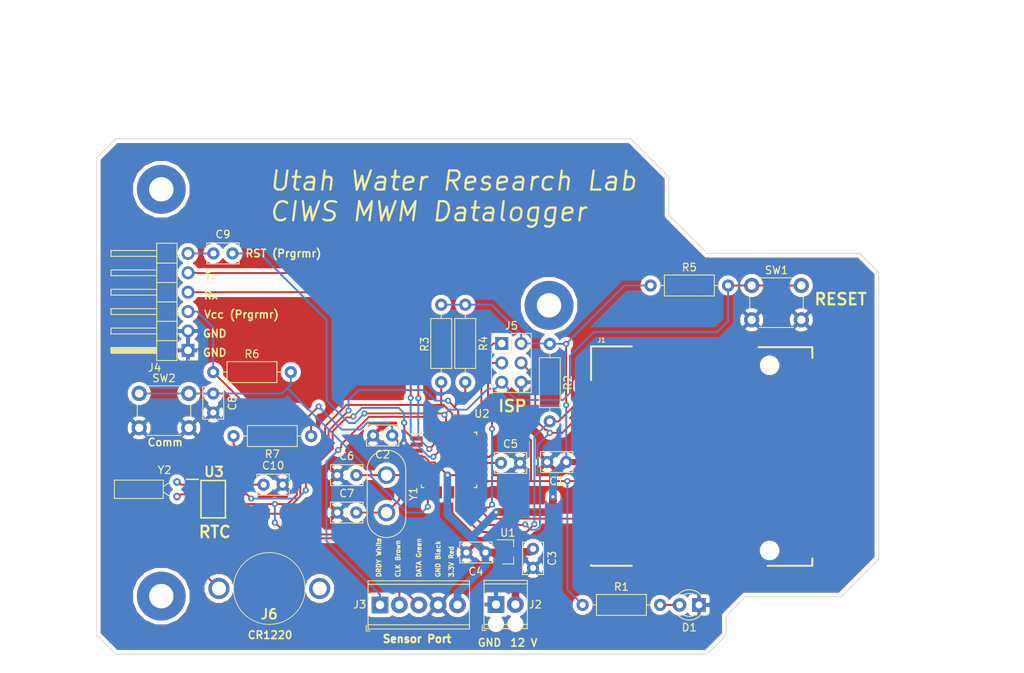
<source format=kicad_pcb>
(kicad_pcb (version 20171130) (host pcbnew "(5.0.2)-1")
  (layers (0 F.Cu signal) (31 B.Cu signal) (34 B.Paste user) (35 F.Paste user) (36 B.SilkS user) (37 F.SilkS user) (38 B.Mask user) (39 F.Mask user) (44 Edge.Cuts user))
  (net 0 "")
  (net 1 GND)
  (net 2 +3V3)
  (net 3 "Net-(C3-Pad1)")
  (net 4 "Net-(C5-Pad1)")
  (net 5 "Net-(C6-Pad2)")
  (net 6 "Net-(C7-Pad2)")
  (net 7 "Net-(C8-Pad1)")
  (net 8 "Net-(C9-Pad1)")
  (net 9 "Net-(C9-Pad2)")
  (net 10 "Net-(C10-Pad1)")
  (net 11 "Net-(D1-Pad2)")
  (net 12 "Net-(IC1-Pad1)")
  (net 13 "Net-(IC1-Pad2)")
  (net 14 "Net-(IC1-Pad3)")
  (net 15 "Net-(IC1-Pad5)")
  (net 16 "Net-(IC1-Pad6)")
  (net 17 "Net-(IC1-Pad7)")
  (net 18 "Net-(J1-Pad1)")
  (net 19 "Net-(J1-Pad2)")
  (net 20 "Net-(J1-Pad5)")
  (net 21 "Net-(J1-Pad7)")
  (net 22 "Net-(J1-Pad8)")
  (net 23 "Net-(J1-Pad9)")
  (net 24 "Net-(J1-PadCD)")
  (net 25 "Net-(J1-PadWP)")
  (net 26 "Net-(J3-Pad1)")
  (net 27 "Net-(J4-Pad4)")
  (net 28 "Net-(J4-Pad5)")
  (net 29 "Net-(J6-Pad2)")
  (net 30 "Net-(U2-Pad2)")
  (net 31 "Net-(U2-Pad10)")
  (net 32 "Net-(U2-Pad11)")
  (net 33 "Net-(U2-Pad12)")
  (net 34 "Net-(U2-Pad13)")
  (net 35 "Net-(U2-Pad19)")
  (net 36 "Net-(U2-Pad22)")
  (net 37 "Net-(U2-Pad23)")
  (net 38 "Net-(U2-Pad24)")
  (net 39 "Net-(U2-Pad25)")
  (net 40 "Net-(U2-Pad26)")
  (module Capacitor_THT:C_Rect_L4.0mm_W2.5mm_P2.50mm (layer F.Cu) (at 119.05 152.33 180)
    (fp_text reference C1 (at 1.25 -2.5 180) (layer F.SilkS))
    (fp_text value 1uF)
    (pad 2 thru_hole circle (at 2.5 0 180) (size 1.6 1.6) (drill 0.8) (layers *.Cu *.Mask) (net 1 GND))
    (pad 1 thru_hole circle (at 0 0 180) (size 1.6 1.6) (drill 0.8) (layers *.Cu *.Mask) (net 2 +3V3))
  )
  (module Capacitor_THT:C_Rect_L4.0mm_W2.5mm_P2.50mm (layer F.Cu) (at 96.25 148.85 180)
    (fp_text reference C2 (at 1.25 -2.5 180) (layer F.SilkS))
    (fp_text value 0.1uF)
    (pad 2 thru_hole circle (at 2.5 0 180) (size 1.6 1.6) (drill 0.8) (layers *.Cu *.Mask) (net 1 GND))
    (pad 1 thru_hole circle (at 0 0 180) (size 1.6 1.6) (drill 0.8) (layers *.Cu *.Mask) (net 2 +3V3))
  )
  (module Capacitor_THT:C_Rect_L4.0mm_W2.5mm_P2.50mm (layer F.Cu) (at 114.7 163.7 270)
    (fp_text reference C3 (at 1.25 -2.5 270) (layer F.SilkS))
    (fp_text value 1uF)
    (pad 2 thru_hole circle (at 2.5 0 270) (size 1.6 1.6) (drill 0.8) (layers *.Cu *.Mask) (net 1 GND))
    (pad 1 thru_hole circle (at 0 0 270) (size 1.6 1.6) (drill 0.8) (layers *.Cu *.Mask) (net 3 "Net-(C3-Pad1)"))
  )
  (module Capacitor_THT:C_Rect_L4.0mm_W2.5mm_P2.50mm (layer F.Cu) (at 108.475 164.175 180)
    (fp_text reference C4 (at 1.25 -2.5 180) (layer F.SilkS))
    (fp_text value 1uF)
    (pad 1 thru_hole circle (at 0 0 180) (size 1.6 1.6) (drill 0.8) (layers *.Cu *.Mask) (net 2 +3V3))
    (pad 2 thru_hole circle (at 2.5 0 180) (size 1.6 1.6) (drill 0.8) (layers *.Cu *.Mask) (net 1 GND))
  )
  (module Capacitor_THT:C_Rect_L4.0mm_W2.5mm_P2.50mm (layer F.Cu) (at 110.5 152.45)
    (fp_text reference C5 (at 1.25 -2.5) (layer F.SilkS))
    (fp_text value 0.1uF)
    (pad 2 thru_hole circle (at 2.5 0) (size 1.6 1.6) (drill 0.8) (layers *.Cu *.Mask) (net 1 GND))
    (pad 1 thru_hole circle (at 0 0) (size 1.6 1.6) (drill 0.8) (layers *.Cu *.Mask) (net 4 "Net-(C5-Pad1)"))
  )
  (module Capacitor_THT:C_Rect_L4.0mm_W2.5mm_P2.50mm (layer F.Cu) (at 89.05 154.05)
    (fp_text reference C6 (at 1.25 -2.5) (layer F.SilkS))
    (fp_text value 20pF)
    (pad 1 thru_hole circle (at 0 0) (size 1.6 1.6) (drill 0.8) (layers *.Cu *.Mask) (net 1 GND))
    (pad 2 thru_hole circle (at 2.5 0) (size 1.6 1.6) (drill 0.8) (layers *.Cu *.Mask) (net 5 "Net-(C6-Pad2)"))
  )
  (module Capacitor_THT:C_Rect_L4.0mm_W2.5mm_P2.50mm (layer F.Cu) (at 89.05 158.95)
    (fp_text reference C7 (at 1.25 -2.5) (layer F.SilkS))
    (fp_text value 20pF)
    (pad 1 thru_hole circle (at 0 0) (size 1.6 1.6) (drill 0.8) (layers *.Cu *.Mask) (net 1 GND))
    (pad 2 thru_hole circle (at 2.5 0) (size 1.6 1.6) (drill 0.8) (layers *.Cu *.Mask) (net 6 "Net-(C7-Pad2)"))
  )
  (module Capacitor_THT:C_Rect_L4.0mm_W2.5mm_P2.50mm (layer F.Cu) (at 72.8 143.35 270)
    (fp_text reference C8 (at 1.25 -2.5 270) (layer F.SilkS))
    (fp_text value 0.1uF)
    (pad 2 thru_hole circle (at 2.5 0 270) (size 1.6 1.6) (drill 0.8) (layers *.Cu *.Mask) (net 1 GND))
    (pad 1 thru_hole circle (at 0 0 270) (size 1.6 1.6) (drill 0.8) (layers *.Cu *.Mask) (net 7 "Net-(C8-Pad1)"))
  )
  (module Capacitor_THT:C_Rect_L4.0mm_W2.5mm_P2.50mm (layer F.Cu) (at 72.825 125)
    (fp_text reference C9 (at 1.25 -2.5) (layer F.SilkS))
    (fp_text value 0.1uF)
    (pad 1 thru_hole circle (at 0 0) (size 1.6 1.6) (drill 0.8) (layers *.Cu *.Mask) (net 8 "Net-(C9-Pad1)"))
    (pad 2 thru_hole circle (at 2.5 0) (size 1.6 1.6) (drill 0.8) (layers *.Cu *.Mask) (net 9 "Net-(C9-Pad2)"))
  )
  (module Capacitor_THT:C_Rect_L4.0mm_W2.5mm_P2.50mm (layer F.Cu) (at 79.4 155.3)
    (fp_text reference C10 (at 1.25 -2.5) (layer F.SilkS))
    (fp_text value 10uF)
    (pad 1 thru_hole circle (at 0 0) (size 1.6 1.6) (drill 0.8) (layers *.Cu *.Mask) (net 10 "Net-(C10-Pad1)"))
    (pad 2 thru_hole circle (at 2.5 0) (size 1.6 1.6) (drill 0.8) (layers *.Cu *.Mask) (net 1 GND))
  )
  (module LED_THT:LED_D3.0mm (layer F.Cu) (at 136.44 171.05 180)
    (fp_text reference D1 (at 1.27 -2.96 180) (layer F.SilkS))
    (fp_text value LED_ALT)
    (pad 1 thru_hole rect (at 0 0 180) (size 1.8 1.8) (drill 0.9) (layers *.Cu *.Mask) (net 1 GND))
    (pad 2 thru_hole circle (at 2.54 0 180) (size 1.8 1.8) (drill 0.9) (layers *.Cu *.Mask) (net 11 "Net-(D1-Pad2)"))
  )
  (module SamacSys_Parts:SOIC127P600X175-8N (layer F.Cu) (at 72.8 157.2)
    (fp_text reference U3 (at 0.1 -3.59) (layer F.SilkS) (effects (font (size 1.27 1.27) (thickness 0.254))))
    (fp_text value PCF8523T_1,118 hide)
    (pad 1 smd rect (at -2.725 -1.905 90) (size 0.7 1.55) (layers F.Cu F.Paste F.Mask) (net 12 "Net-(IC1-Pad1)"))
    (pad 2 smd rect (at -2.725 -0.635 90) (size 0.7 1.55) (layers F.Cu F.Paste F.Mask) (net 13 "Net-(IC1-Pad2)"))
    (pad 3 smd rect (at -2.725 0.635 90) (size 0.7 1.55) (layers F.Cu F.Paste F.Mask) (net 14 "Net-(IC1-Pad3)"))
    (pad 4 smd rect (at -2.725 1.905 90) (size 0.7 1.55) (layers F.Cu F.Paste F.Mask) (net 1 GND))
    (pad 5 smd rect (at 2.725 1.905 90) (size 0.7 1.55) (layers F.Cu F.Paste F.Mask) (net 15 "Net-(IC1-Pad5)"))
    (pad 6 smd rect (at 2.725 0.635 90) (size 0.7 1.55) (layers F.Cu F.Paste F.Mask) (net 16 "Net-(IC1-Pad6)"))
    (pad 7 smd rect (at 2.725 -0.635 90) (size 0.7 1.55) (layers F.Cu F.Paste F.Mask) (net 17 "Net-(IC1-Pad7)"))
    (pad 8 smd rect (at 2.725 -1.905 90) (size 0.7 1.55) (layers F.Cu F.Paste F.Mask) (net 10 "Net-(C10-Pad1)"))
  )
  (module Connectors:SD (layer F.Cu) (at 122.4 151.6)
    (fp_text reference J1 (at 1.27 -15.24) (layer F.SilkS) (effects (font (size 0.6096 0.6096) (thickness 0.127))))
    (fp_text value SD_CARD_SOCKET)
    (pad 1 smd rect (at -0.99822 -6.7691) (size 1.79832 0.89916) (layers F.Cu F.Paste F.Mask) (net 18 "Net-(J1-Pad1)"))
    (pad 2 smd rect (at -0.99822 -4.26974) (size 1.79832 0.89916) (layers F.Cu F.Paste F.Mask) (net 19 "Net-(J1-Pad2)"))
    (pad 3 smd rect (at -0.99822 -2.51968) (size 1.79832 0.89916) (layers F.Cu F.Paste F.Mask) (net 1 GND))
    (pad 4 smd rect (at -0.99822 0.72898) (size 1.79832 0.89916) (layers F.Cu F.Paste F.Mask) (net 2 +3V3))
    (pad 5 smd rect (at -0.99822 3.22834) (size 1.79832 0.89916) (layers F.Cu F.Paste F.Mask) (net 20 "Net-(J1-Pad5)"))
    (pad 6 smd rect (at -0.99822 5.7277) (size 1.79832 0.89916) (layers F.Cu F.Paste F.Mask) (net 1 GND))
    (pad 7 smd rect (at -0.99822 8.14832) (size 1.79832 0.89916) (layers F.Cu F.Paste F.Mask) (net 21 "Net-(J1-Pad7)"))
    (pad 8 smd rect (at -0.99822 9.84758) (size 1.79832 0.89916) (layers F.Cu F.Paste F.Mask) (net 22 "Net-(J1-Pad8)"))
    (pad 9 smd rect (at -0.99822 -9.26846) (size 1.79832 0.89916) (layers F.Cu F.Paste F.Mask) (net 23 "Net-(J1-Pad9)"))
    (pad CD smd rect (at -0.99822 -1.01854) (size 1.79832 0.89916) (layers F.Cu F.Paste F.Mask) (net 24 "Net-(J1-PadCD)"))
    (pad SH@1 smd rect (at 19.99996 -14.49578) (size 1.99898 1.39954) (layers F.Cu F.Paste F.Mask) (net 1 GND))
    (pad SH@2 smd rect (at 21.14804 13.589) (size 1.99898 1.52654) (layers F.Cu F.Paste F.Mask) (net 1 GND))
    (pad WP smd rect (at -0.99822 12.99972) (size 1.79832 1.09982) (layers F.Cu F.Paste F.Mask) (net 25 "Net-(J1-PadWP)"))
    (pad "" np_thru_hole circle (at 23.29942 -11.938) (size 1.5494 1.5494) (drill 1.5494) (layers *.Cu *.Mask))
    (pad "" np_thru_hole circle (at 23.29942 12.319) (size 1.5494 1.5494) (drill 1.5494) (layers *.Cu *.Mask))
  )
  (module TerminalBlock_Phoenix:TerminalBlock_Phoenix_MPT-0,5-2-2.54_1x02_P2.54mm_Horizontal (layer F.Cu) (at 109.85 171)
    (fp_text reference J2 (at 5.15 0) (layer F.SilkS))
    (fp_text value Screw_Terminal_01x02)
    (pad 1 thru_hole rect (at 0 0) (size 2.2 2.2) (drill 1.1) (layers *.Cu *.Mask) (net 1 GND))
    (pad "" np_thru_hole circle (at 0 2.54) (size 1.1 1.1) (drill 1.1) (layers *.Cu *.Mask))
    (pad 2 thru_hole circle (at 2.54 0) (size 2.2 2.2) (drill 1.1) (layers *.Cu *.Mask) (net 3 "Net-(C3-Pad1)"))
    (pad "" np_thru_hole circle (at 2.54 2.54) (size 1.1 1.1) (drill 1.1) (layers *.Cu *.Mask))
  )
  (module TerminalBlock_Phoenix:TerminalBlock_Phoenix_MPT-0,5-5-2.54_1x05_P2.54mm_Horizontal (layer F.Cu) (at 94.65 171.05)
    (fp_text reference J3 (at -2.65 -0.05) (layer F.SilkS))
    (fp_text value Screw_Terminal_01x05)
    (pad 1 thru_hole rect (at 0 0) (size 2.2 2.2) (drill 1.1) (layers *.Cu *.Mask) (net 26 "Net-(J3-Pad1)"))
    (pad 2 thru_hole circle (at 2.54 0) (size 2.2 2.2) (drill 1.1) (layers *.Cu *.Mask) (net 16 "Net-(IC1-Pad6)"))
    (pad 3 thru_hole circle (at 5.08 0) (size 2.2 2.2) (drill 1.1) (layers *.Cu *.Mask) (net 15 "Net-(IC1-Pad5)"))
    (pad 4 thru_hole circle (at 7.62 0) (size 2.2 2.2) (drill 1.1) (layers *.Cu *.Mask) (net 1 GND))
    (pad 5 thru_hole circle (at 10.16 0) (size 2.2 2.2) (drill 1.1) (layers *.Cu *.Mask) (net 2 +3V3))
  )
  (module Connector_PinHeader_2.54mm:PinHeader_1x06_P2.54mm_Horizontal (layer F.Cu) (at 69.5 137.7 180)
    (fp_text reference J4 (at 4.385 -2.27 180) (layer F.SilkS))
    (fp_text value Conn_01x06)
    (pad 1 thru_hole rect (at 0 0 180) (size 1.7 1.7) (drill 1) (layers *.Cu *.Mask) (net 1 GND))
    (pad 2 thru_hole oval (at 0 2.54 180) (size 1.7 1.7) (drill 1) (layers *.Cu *.Mask) (net 1 GND))
    (pad 3 thru_hole oval (at 0 5.08 180) (size 1.7 1.7) (drill 1) (layers *.Cu *.Mask) (net 2 +3V3))
    (pad 4 thru_hole oval (at 0 7.62 180) (size 1.7 1.7) (drill 1) (layers *.Cu *.Mask) (net 27 "Net-(J4-Pad4)"))
    (pad 5 thru_hole oval (at 0 10.16 180) (size 1.7 1.7) (drill 1) (layers *.Cu *.Mask) (net 28 "Net-(J4-Pad5)"))
    (pad 6 thru_hole oval (at 0 12.7 180) (size 1.7 1.7) (drill 1) (layers *.Cu *.Mask) (net 8 "Net-(C9-Pad1)"))
  )
  (module Connector_PinHeader_2.54mm:PinHeader_2x03_P2.54mm_Vertical (layer F.Cu) (at 110.6 136.8)
    (fp_text reference J5 (at 1.27 -2.33) (layer F.SilkS))
    (fp_text value "ISP Header")
    (pad 1 thru_hole rect (at 0 0) (size 1.7 1.7) (drill 1) (layers *.Cu *.Mask) (net 21 "Net-(J1-Pad7)"))
    (pad 2 thru_hole oval (at 2.54 0) (size 1.7 1.7) (drill 1) (layers *.Cu *.Mask) (net 2 +3V3))
    (pad 3 thru_hole oval (at 0 2.54) (size 1.7 1.7) (drill 1) (layers *.Cu *.Mask) (net 20 "Net-(J1-Pad5)"))
    (pad 4 thru_hole oval (at 2.54 2.54) (size 1.7 1.7) (drill 1) (layers *.Cu *.Mask) (net 19 "Net-(J1-Pad2)"))
    (pad 5 thru_hole oval (at 0 5.08) (size 1.7 1.7) (drill 1) (layers *.Cu *.Mask) (net 9 "Net-(C9-Pad2)"))
    (pad 6 thru_hole oval (at 2.54 5.08) (size 1.7 1.7) (drill 1) (layers *.Cu *.Mask) (net 1 GND))
  )
  (module SamacSys_Parts:2895 (layer F.Cu) (at 73.55 168.9)
    (fp_text reference J6 (at 6.58 3.38) (layer F.SilkS) (effects (font (size 1.27 1.27) (thickness 0.254))))
    (fp_text value 2895 hide)
    (pad 1 thru_hole circle (at 0 0) (size 2.775 2.775) (drill 1.85) (layers *.Cu *.Mask) (net 14 "Net-(IC1-Pad3)"))
    (pad 2 thru_hole circle (at 13.2 0) (size 2.775 2.775) (drill 1.85) (layers *.Cu *.Mask) (net 29 "Net-(J6-Pad2)"))
    (pad MP1 smd rect (at 6.6 0 90) (size 3.96 3.96) (layers F.Cu F.Paste F.Mask) (net 1 GND))
  )
  (module Resistor_THT:R_Axial_DIN0207_L6.3mm_D2.5mm_P10.16mm_Horizontal (layer F.Cu) (at 121.2 171.05)
    (fp_text reference R1 (at 5.08 -2.37) (layer F.SilkS))
    (fp_text value 1k)
    (pad 2 thru_hole oval (at 10.16 0) (size 1.6 1.6) (drill 0.8) (layers *.Cu *.Mask) (net 11 "Net-(D1-Pad2)"))
    (pad 1 thru_hole circle (at 0 0) (size 1.6 1.6) (drill 0.8) (layers *.Cu *.Mask) (net 20 "Net-(J1-Pad5)"))
  )
  (module Resistor_THT:R_Axial_DIN0207_L6.3mm_D2.5mm_P10.16mm_Horizontal (layer F.Cu) (at 116.9 136.85 270)
    (fp_text reference R2 (at 5.08 -2.37 270) (layer F.SilkS))
    (fp_text value 10k)
    (pad 1 thru_hole circle (at 0 0 270) (size 1.6 1.6) (drill 0.8) (layers *.Cu *.Mask) (net 2 +3V3))
    (pad 2 thru_hole oval (at 10.16 0 270) (size 1.6 1.6) (drill 0.8) (layers *.Cu *.Mask) (net 18 "Net-(J1-Pad1)"))
  )
  (module Resistor_THT:R_Axial_DIN0207_L6.3mm_D2.5mm_P10.16mm_Horizontal (layer F.Cu) (at 102.672025 131.717738 270)
    (fp_text reference R3 (at 5.182262 2.172025 270) (layer F.SilkS))
    (fp_text value 10k)
    (pad 1 thru_hole circle (at 0 0 270) (size 1.6 1.6) (drill 0.8) (layers *.Cu *.Mask) (net 2 +3V3))
    (pad 2 thru_hole oval (at 10.16 0 270) (size 1.6 1.6) (drill 0.8) (layers *.Cu *.Mask) (net 16 "Net-(IC1-Pad6)"))
  )
  (module Resistor_THT:R_Axial_DIN0207_L6.3mm_D2.5mm_P10.16mm_Horizontal (layer F.Cu) (at 105.822025 131.717738 270)
    (fp_text reference R4 (at 5.08 -2.37 270) (layer F.SilkS))
    (fp_text value 10k)
    (pad 1 thru_hole circle (at 0 0 270) (size 1.6 1.6) (drill 0.8) (layers *.Cu *.Mask) (net 2 +3V3))
    (pad 2 thru_hole oval (at 10.16 0 270) (size 1.6 1.6) (drill 0.8) (layers *.Cu *.Mask) (net 15 "Net-(IC1-Pad5)"))
  )
  (module Resistor_THT:R_Axial_DIN0207_L6.3mm_D2.5mm_P10.16mm_Horizontal (layer F.Cu) (at 130.1 129.2)
    (fp_text reference R5 (at 5.08 -2.37) (layer F.SilkS))
    (fp_text value 10k)
    (pad 2 thru_hole oval (at 10.16 0) (size 1.6 1.6) (drill 0.8) (layers *.Cu *.Mask) (net 9 "Net-(C9-Pad2)"))
    (pad 1 thru_hole circle (at 0 0) (size 1.6 1.6) (drill 0.8) (layers *.Cu *.Mask) (net 2 +3V3))
  )
  (module Resistor_THT:R_Axial_DIN0207_L6.3mm_D2.5mm_P10.16mm_Horizontal (layer F.Cu) (at 72.8 140.55)
    (fp_text reference R6 (at 5.08 -2.37) (layer F.SilkS))
    (fp_text value 10k)
    (pad 2 thru_hole oval (at 10.16 0) (size 1.6 1.6) (drill 0.8) (layers *.Cu *.Mask) (net 7 "Net-(C8-Pad1)"))
    (pad 1 thru_hole circle (at 0 0) (size 1.6 1.6) (drill 0.8) (layers *.Cu *.Mask) (net 2 +3V3))
  )
  (module Resistor_THT:R_Axial_DIN0207_L6.3mm_D2.5mm_P10.16mm_Horizontal (layer F.Cu) (at 85.625 148.925 180)
    (fp_text reference R7 (at 5.08 -2.37 180) (layer F.SilkS))
    (fp_text value 10k)
    (pad 1 thru_hole circle (at 0 0 180) (size 1.6 1.6) (drill 0.8) (layers *.Cu *.Mask) (net 2 +3V3))
    (pad 2 thru_hole oval (at 10.16 0 180) (size 1.6 1.6) (drill 0.8) (layers *.Cu *.Mask) (net 10 "Net-(C10-Pad1)"))
  )
  (module Button_Switch_THT:SW_PUSH_6mm (layer F.Cu) (at 143.35 129.2)
    (fp_text reference SW1 (at 3.25 -2) (layer F.SilkS))
    (fp_text value SW_Push)
    (pad 1 thru_hole circle (at 6.5 0 90) (size 2 2) (drill 1.1) (layers *.Cu *.Mask) (net 9 "Net-(C9-Pad2)"))
    (pad 2 thru_hole circle (at 6.5 4.5 90) (size 2 2) (drill 1.1) (layers *.Cu *.Mask) (net 1 GND))
    (pad 1 thru_hole circle (at 0 0 90) (size 2 2) (drill 1.1) (layers *.Cu *.Mask) (net 9 "Net-(C9-Pad2)"))
    (pad 2 thru_hole circle (at 0 4.5 90) (size 2 2) (drill 1.1) (layers *.Cu *.Mask) (net 1 GND))
  )
  (module Button_Switch_THT:SW_PUSH_6mm (layer F.Cu) (at 63.1 143.35)
    (fp_text reference SW2 (at 3.25 -2) (layer F.SilkS))
    (fp_text value SW_Push)
    (pad 2 thru_hole circle (at 0 4.5 90) (size 2 2) (drill 1.1) (layers *.Cu *.Mask) (net 1 GND))
    (pad 1 thru_hole circle (at 0 0 90) (size 2 2) (drill 1.1) (layers *.Cu *.Mask) (net 7 "Net-(C8-Pad1)"))
    (pad 2 thru_hole circle (at 6.5 4.5 90) (size 2 2) (drill 1.1) (layers *.Cu *.Mask) (net 1 GND))
    (pad 1 thru_hole circle (at 6.5 0 90) (size 2 2) (drill 1.1) (layers *.Cu *.Mask) (net 7 "Net-(C8-Pad1)"))
  )
  (module Package_TO_SOT_SMD:SOT-23 (layer F.Cu) (at 111.4 164.1)
    (fp_text reference U1 (at 0 -2.5) (layer F.SilkS))
    (fp_text value MCP1703A-3302_SOT23)
    (pad 1 smd rect (at -1 -0.95) (size 0.9 0.8) (layers F.Cu F.Paste F.Mask) (net 1 GND))
    (pad 2 smd rect (at -1 0.95) (size 0.9 0.8) (layers F.Cu F.Paste F.Mask) (net 2 +3V3))
    (pad 3 smd rect (at 1 0) (size 0.9 0.8) (layers F.Cu F.Paste F.Mask) (net 3 "Net-(C3-Pad1)"))
  )
  (module Package_QFP:TQFP-32_7x7mm_P0.8mm (layer F.Cu) (at 103.7 152.05)
    (fp_text reference U2 (at 4.3 -6.05) (layer F.SilkS))
    (fp_text value ATmega328P-AU)
    (pad 1 smd rect (at -4.25 -2.8) (size 1.6 0.55) (layers F.Cu F.Paste F.Mask) (net 17 "Net-(IC1-Pad7)"))
    (pad 2 smd rect (at -4.25 -2) (size 1.6 0.55) (layers F.Cu F.Paste F.Mask) (net 30 "Net-(U2-Pad2)"))
    (pad 3 smd rect (at -4.25 -1.2) (size 1.6 0.55) (layers F.Cu F.Paste F.Mask) (net 1 GND))
    (pad 4 smd rect (at -4.25 -0.4) (size 1.6 0.55) (layers F.Cu F.Paste F.Mask) (net 2 +3V3))
    (pad 5 smd rect (at -4.25 0.4) (size 1.6 0.55) (layers F.Cu F.Paste F.Mask) (net 1 GND))
    (pad 6 smd rect (at -4.25 1.2) (size 1.6 0.55) (layers F.Cu F.Paste F.Mask) (net 2 +3V3))
    (pad 7 smd rect (at -4.25 2) (size 1.6 0.55) (layers F.Cu F.Paste F.Mask) (net 5 "Net-(C6-Pad2)"))
    (pad 8 smd rect (at -4.25 2.8) (size 1.6 0.55) (layers F.Cu F.Paste F.Mask) (net 6 "Net-(C7-Pad2)"))
    (pad 9 smd rect (at -2.8 4.25 90) (size 1.6 0.55) (layers F.Cu F.Paste F.Mask) (net 7 "Net-(C8-Pad1)"))
    (pad 10 smd rect (at -2 4.25 90) (size 1.6 0.55) (layers F.Cu F.Paste F.Mask) (net 31 "Net-(U2-Pad10)"))
    (pad 11 smd rect (at -1.2 4.25 90) (size 1.6 0.55) (layers F.Cu F.Paste F.Mask) (net 32 "Net-(U2-Pad11)"))
    (pad 12 smd rect (at -0.4 4.25 90) (size 1.6 0.55) (layers F.Cu F.Paste F.Mask) (net 33 "Net-(U2-Pad12)"))
    (pad 13 smd rect (at 0.4 4.25 90) (size 1.6 0.55) (layers F.Cu F.Paste F.Mask) (net 34 "Net-(U2-Pad13)"))
    (pad 14 smd rect (at 1.2 4.25 90) (size 1.6 0.55) (layers F.Cu F.Paste F.Mask) (net 18 "Net-(J1-Pad1)"))
    (pad 15 smd rect (at 2 4.25 90) (size 1.6 0.55) (layers F.Cu F.Paste F.Mask) (net 19 "Net-(J1-Pad2)"))
    (pad 16 smd rect (at 2.8 4.25 90) (size 1.6 0.55) (layers F.Cu F.Paste F.Mask) (net 21 "Net-(J1-Pad7)"))
    (pad 17 smd rect (at 4.25 2.8) (size 1.6 0.55) (layers F.Cu F.Paste F.Mask) (net 20 "Net-(J1-Pad5)"))
    (pad 18 smd rect (at 4.25 2) (size 1.6 0.55) (layers F.Cu F.Paste F.Mask) (net 2 +3V3))
    (pad 19 smd rect (at 4.25 1.2) (size 1.6 0.55) (layers F.Cu F.Paste F.Mask) (net 35 "Net-(U2-Pad19)"))
    (pad 20 smd rect (at 4.25 0.4) (size 1.6 0.55) (layers F.Cu F.Paste F.Mask) (net 4 "Net-(C5-Pad1)"))
    (pad 21 smd rect (at 4.25 -0.4) (size 1.6 0.55) (layers F.Cu F.Paste F.Mask) (net 1 GND))
    (pad 22 smd rect (at 4.25 -1.2) (size 1.6 0.55) (layers F.Cu F.Paste F.Mask) (net 36 "Net-(U2-Pad22)"))
    (pad 23 smd rect (at 4.25 -2) (size 1.6 0.55) (layers F.Cu F.Paste F.Mask) (net 37 "Net-(U2-Pad23)"))
    (pad 24 smd rect (at 4.25 -2.8) (size 1.6 0.55) (layers F.Cu F.Paste F.Mask) (net 38 "Net-(U2-Pad24)"))
    (pad 25 smd rect (at 2.8 -4.25 90) (size 1.6 0.55) (layers F.Cu F.Paste F.Mask) (net 39 "Net-(U2-Pad25)"))
    (pad 26 smd rect (at 2 -4.25 90) (size 1.6 0.55) (layers F.Cu F.Paste F.Mask) (net 40 "Net-(U2-Pad26)"))
    (pad 27 smd rect (at 1.2 -4.25 90) (size 1.6 0.55) (layers F.Cu F.Paste F.Mask) (net 15 "Net-(IC1-Pad5)"))
    (pad 28 smd rect (at 0.4 -4.25 90) (size 1.6 0.55) (layers F.Cu F.Paste F.Mask) (net 16 "Net-(IC1-Pad6)"))
    (pad 29 smd rect (at -0.4 -4.25 90) (size 1.6 0.55) (layers F.Cu F.Paste F.Mask) (net 9 "Net-(C9-Pad2)"))
    (pad 30 smd rect (at -1.2 -4.25 90) (size 1.6 0.55) (layers F.Cu F.Paste F.Mask) (net 27 "Net-(J4-Pad4)"))
    (pad 31 smd rect (at -2 -4.25 90) (size 1.6 0.55) (layers F.Cu F.Paste F.Mask) (net 28 "Net-(J4-Pad5)"))
    (pad 32 smd rect (at -2.8 -4.25 90) (size 1.6 0.55) (layers F.Cu F.Paste F.Mask) (net 26 "Net-(J3-Pad1)"))
  )
  (module Crystal:Crystal_HC50_Vertical (layer F.Cu) (at 95.5 154.05 270)
    (fp_text reference Y1 (at 2.45 -3.525 270) (layer F.SilkS))
    (fp_text value 8MHz)
    (pad 1 thru_hole circle (at 0 0 270) (size 2.3 2.3) (drill 1.5) (layers *.Cu *.Mask) (net 5 "Net-(C6-Pad2)"))
    (pad 2 thru_hole circle (at 4.9 0 270) (size 2.3 2.3) (drill 1.5) (layers *.Cu *.Mask) (net 6 "Net-(C7-Pad2)"))
  )
  (module Crystal:Crystal_DS26_D2.0mm_L6.0mm_Horizontal (layer F.Cu) (at 68.05 154.95 270)
    (fp_text reference Y2 (at -1.57 1.625) (layer F.SilkS))
    (fp_text value 32.768kHz)
    (pad 1 thru_hole circle (at 0 0 270) (size 1 1) (drill 0.5) (layers *.Cu *.Mask) (net 12 "Net-(IC1-Pad1)"))
    (pad 2 thru_hole circle (at 1.9 0 270) (size 1 1) (drill 0.5) (layers *.Cu *.Mask) (net 13 "Net-(IC1-Pad2)"))
  )
  (module MountingHole:MountingHole_3.2mm_M3_Pad (layer F.Cu) (at 66 169.9)
    (fp_text reference REF** hide)
    (fp_text value MountingHole_3.2mm_M3_Pad)
    (pad 1 thru_hole circle (at 0 0) (size 6.4 6.4) (drill 3.2) (layers *.Cu *.Mask))
  )
  (module MountingHole:MountingHole_3.2mm_M3_Pad (layer F.Cu) (at 66 116.6)
    (fp_text reference REF**)
    (fp_text value MountingHole_3.2mm_M3_Pad)
    (pad 1 thru_hole circle (at 0 0) (size 6.4 6.4) (drill 3.2) (layers *.Cu *.Mask))
  )
  (module MountingHole:MountingHole_3.2mm_M3_Pad (layer F.Cu) (at 116.8 131.8)
    (fp_text reference REF**)
    (fp_text value MountingHole_3.2mm_M3_Pad)
    (pad 1 thru_hole circle (at 0 0) (size 6.4 6.4) (drill 3.2) (layers *.Cu *.Mask))
  )
  (gr_text CR1220 (at 80.25 175) (layer F.SilkS) (effects (font (size 1 1) (thickness 0.2))))
  (gr_text Comm (at 66.5 149.75) (layer F.SilkS) (effects (font (size 1 1) (thickness 0.2))))
  (gr_text "Sensor Port" (at 99.5 175.5) (layer F.SilkS) (effects (font (size 1 1) (thickness 0.25))))
  (gr_text "3.3V Red" (at 104 167.5 90) (layer F.SilkS) (effects (font (size 0.6 0.6)) (justify left)))
  (gr_text "GND Black" (at 102.25 167.5 90) (layer F.SilkS) (effects (font (size 0.6 0.6)) (justify left)))
  (gr_text "DATA Green" (at 99.75 167.5 90) (layer F.SilkS) (effects (font (size 0.6 0.6)) (justify left)))
  (gr_text "CLK Brown" (at 97 167.5 90) (layer F.SilkS) (effects (font (size 0.6 0.6)) (justify left)))
  (gr_text "DRDY White" (at 94.5 167.5 90) (layer F.SilkS) (effects (font (size 0.6 0.6)) (justify left)))
  (gr_text GND (at 109 176) (layer F.SilkS) (effects (font (size 1 1) (thickness 0.2))))
  (gr_text "12 V" (at 113.5 176) (layer F.SilkS) (effects (font (size 1 1) (thickness 0.2))))
  (gr_text "RST (Prgrmr)" (at 82 125) (layer F.SilkS) (effects (font (size 1 1) (thickness 0.2))))
  (gr_text Tx (at 72.5 128) (layer F.SilkS) (effects (font (size 1 1) (thickness 0.2))))
  (gr_text Rx (at 72.5 130.5) (layer F.SilkS) (effects (font (size 1 1) (thickness 0.2))))
  (gr_text "Vcc (Prgrmr)" (at 76.5 133) (layer F.SilkS) (effects (font (size 1 1) (thickness 0.2))))
  (gr_text GND (at 73 135.5) (layer F.SilkS) (effects (font (size 1 1) (thickness 0.2))))
  (gr_text GND (at 73 138) (layer F.SilkS) (effects (font (size 1 1) (thickness 0.2))))
  (gr_text RTC (at 73 161.5) (layer F.SilkS) (effects (font (size 1.5 1.5) (thickness 0.3))))
  (gr_text ISP (at 112 145) (layer F.SilkS) (effects (font (size 1.5 1.5) (thickness 0.3))))
  (gr_text RESET (at 155 131) (layer F.SilkS) (effects (font (size 1.5 1.5) (thickness 0.3))))
  (gr_line (start 60 177.5) (end 137.5 177.5) (layer Edge.Cuts) (width 0.1))
  (gr_line (start 57.5 175) (end 60 177.5) (layer Edge.Cuts) (width 0.1))
  (gr_line (start 57.5 112.5) (end 57.5 175) (layer Edge.Cuts) (width 0.1))
  (gr_line (start 60 110) (end 57.5 112.5) (layer Edge.Cuts) (width 0.1))
  (gr_line (start 127.5 110) (end 60 110) (layer Edge.Cuts) (width 0.1))
  (gr_line (start 140 175) (end 137.5 177.5) (layer Edge.Cuts) (width 0.1))
  (gr_line (start 140 172.5) (end 140 175) (layer Edge.Cuts) (width 0.1))
  (gr_line (start 142.5 170) (end 140 172.5) (layer Edge.Cuts) (width 0.1))
  (gr_line (start 155 170) (end 142.5 170) (layer Edge.Cuts) (width 0.1))
  (gr_line (start 160 165) (end 155 170) (layer Edge.Cuts) (width 0.1))
  (gr_line (start 160 127.5) (end 160 165) (layer Edge.Cuts) (width 0.1))
  (gr_line (start 157.5 125) (end 160 127.5) (layer Edge.Cuts) (width 0.1))
  (gr_line (start 137.5 125) (end 157.5 125) (layer Edge.Cuts) (width 0.1))
  (gr_line (start 132.5 120) (end 137.5 125) (layer Edge.Cuts) (width 0.1))
  (gr_line (start 132.5 115) (end 132.5 120) (layer Edge.Cuts) (width 0.1))
  (gr_line (start 127.5 110) (end 132.5 115) (layer Edge.Cuts) (width 0.1))
  (gr_text "Utah Water Research Lab\nCIWS MWM Datalogger" (at 80 117.5) (layer F.SilkS) (effects (font (size 2.5 2.5) (thickness 0.3) italic) (justify left)))
  (segment (start 109 151.65) (end 110 150.65) (width 0.25) (layer F.Cu) (net 1))
  (segment (start 107.95 151.65) (end 109 151.65) (width 0.25) (layer F.Cu) (net 1))
  (segment (start 111.2 150.65) (end 113 152.45) (width 0.25) (layer F.Cu) (net 1))
  (segment (start 110 150.65) (end 111.2 150.65) (width 0.25) (layer F.Cu) (net 1))
  (segment (start 97.35 152.45) (end 93.75 148.85) (width 0.25) (layer F.Cu) (net 1))
  (segment (start 99.45 152.45) (end 97.35 152.45) (width 0.25) (layer F.Cu) (net 1))
  (via (at 97.774999 149.862347) (size 0.8) (drill 0.4) (layers F.Cu B.Cu) (net 1))
  (segment (start 97.774999 150.224999) (end 97.774999 149.862347) (width 0.25) (layer F.Cu) (net 1))
  (segment (start 99.45 150.85) (end 98.4 150.85) (width 0.25) (layer F.Cu) (net 1))
  (segment (start 98.4 150.85) (end 97.774999 150.224999) (width 0.25) (layer F.Cu) (net 1))
  (segment (start 109.525 164.175) (end 110.4 165.05) (width 1) (layer F.Cu) (net 2))
  (segment (start 108.475 164.175) (end 109.525 164.175) (width 1) (layer F.Cu) (net 2))
  (segment (start 121.40076 152.33) (end 121.40178 152.32898) (width 0.8) (layer F.Cu) (net 2))
  (segment (start 119.05 152.33) (end 121.40076 152.33) (width 0.8) (layer F.Cu) (net 2))
  (segment (start 98.4 151.65) (end 99.45 151.65) (width 0.25) (layer F.Cu) (net 2))
  (segment (start 97.049999 150.299999) (end 98.4 151.65) (width 0.25) (layer F.Cu) (net 2))
  (segment (start 97.049999 149.649999) (end 97.049999 150.299999) (width 0.25) (layer F.Cu) (net 2))
  (segment (start 96.25 148.85) (end 97.049999 149.649999) (width 0.25) (layer F.Cu) (net 2))
  (segment (start 100.5 151.65) (end 100.97 152.12) (width 0.25) (layer F.Cu) (net 2))
  (segment (start 99.45 151.65) (end 100.5 151.65) (width 0.25) (layer F.Cu) (net 2))
  (segment (start 100.5 153.25) (end 99.45 153.25) (width 0.25) (layer F.Cu) (net 2))
  (segment (start 100.97 152.78) (end 100.5 153.25) (width 0.25) (layer F.Cu) (net 2))
  (segment (start 100.97 152.38) (end 101.83 152.38) (width 0.25) (layer F.Cu) (net 2))
  (segment (start 100.97 152.38) (end 100.97 152.78) (width 0.25) (layer F.Cu) (net 2))
  (segment (start 100.97 152.12) (end 100.97 152.38) (width 0.25) (layer F.Cu) (net 2))
  (segment (start 103.5 154.05) (end 107.95 154.05) (width 0.25) (layer F.Cu) (net 2))
  (segment (start 101.83 152.38) (end 103.5 154.05) (width 0.25) (layer F.Cu) (net 2))
  (segment (start 103.48 154.07) (end 103.5 154.05) (width 1) (layer B.Cu) (net 2))
  (segment (start 103.48 159.18) (end 103.48 154.07) (width 1) (layer B.Cu) (net 2))
  (via (at 103.5 154.05) (size 0.8) (drill 0.4) (layers F.Cu B.Cu) (net 2))
  (segment (start 104.81 171.05) (end 104.81 169.48) (width 1) (layer B.Cu) (net 2))
  (segment (start 108.475 165.815) (end 108.475 164.175) (width 1) (layer B.Cu) (net 2))
  (segment (start 104.81 169.48) (end 108.475 165.815) (width 1) (layer B.Cu) (net 2))
  (segment (start 103.803395 131.717738) (end 105.822025 131.717738) (width 0.25) (layer B.Cu) (net 2))
  (segment (start 102.672025 131.717738) (end 103.803395 131.717738) (width 0.25) (layer B.Cu) (net 2))
  (segment (start 130.1 129.2) (end 126.69 129.2) (width 0.25) (layer B.Cu) (net 2))
  (segment (start 119.04 136.85) (end 116.9 136.85) (width 0.25) (layer B.Cu) (net 2))
  (segment (start 126.69 129.2) (end 119.04 136.85) (width 0.25) (layer B.Cu) (net 2))
  (via (at 119.04 136.85) (size 0.8) (drill 0.4) (layers F.Cu B.Cu) (net 2))
  (via (at 119.05 144.89) (size 0.8) (drill 0.4) (layers F.Cu B.Cu) (net 2))
  (segment (start 119.04 136.85) (end 119.04 144.88) (width 0.25) (layer F.Cu) (net 2))
  (segment (start 119.04 144.88) (end 119.05 144.89) (width 0.25) (layer F.Cu) (net 2))
  (segment (start 119.05 145.455685) (end 119.05 152.33) (width 0.25) (layer B.Cu) (net 2))
  (segment (start 119.05 144.89) (end 119.05 145.455685) (width 0.25) (layer B.Cu) (net 2))
  (segment (start 116.85 136.8) (end 116.9 136.85) (width 0.25) (layer B.Cu) (net 2))
  (segment (start 113.14 136.8) (end 116.85 136.8) (width 0.25) (layer B.Cu) (net 2))
  (segment (start 106.953395 131.717738) (end 105.822025 131.717738) (width 0.25) (layer B.Cu) (net 2))
  (segment (start 109.259819 131.717738) (end 106.953395 131.717738) (width 0.25) (layer B.Cu) (net 2))
  (segment (start 113.14 135.597919) (end 109.259819 131.717738) (width 0.25) (layer B.Cu) (net 2))
  (segment (start 113.14 136.8) (end 113.14 135.597919) (width 0.25) (layer B.Cu) (net 2))
  (segment (start 72.8 139.41863) (end 72.8 140.55) (width 0.25) (layer B.Cu) (net 2))
  (segment (start 72.8 134.717919) (end 72.8 139.41863) (width 0.25) (layer B.Cu) (net 2))
  (segment (start 70.702081 132.62) (end 72.8 134.717919) (width 0.25) (layer B.Cu) (net 2))
  (segment (start 69.5 132.62) (end 70.702081 132.62) (width 0.25) (layer B.Cu) (net 2))
  (segment (start 85.625 146.915) (end 85.625 148.925) (width 0.25) (layer F.Cu) (net 2))
  (segment (start 72.8 140.55) (end 77.47 145.22) (width 0.25) (layer F.Cu) (net 2))
  (segment (start 77.47 145.22) (end 83.93 145.22) (width 0.25) (layer F.Cu) (net 2))
  (via (at 117.31 156.87) (size 0.8) (drill 0.4) (layers F.Cu B.Cu) (net 2))
  (segment (start 119.05 152.33) (end 117.31 154.07) (width 1) (layer B.Cu) (net 2))
  (segment (start 117.31 154.07) (end 117.31 156.87) (width 1) (layer B.Cu) (net 2))
  (segment (start 117.31 157.435685) (end 117.28 157.465685) (width 1) (layer F.Cu) (net 2))
  (segment (start 117.31 156.87) (end 117.31 157.435685) (width 1) (layer F.Cu) (net 2))
  (segment (start 117.28 157.465685) (end 117.28 158.11) (width 1) (layer F.Cu) (net 2))
  (via (at 109.88 158.92) (size 0.8) (drill 0.4) (layers F.Cu B.Cu) (net 2))
  (segment (start 109.91 158.89) (end 109.88 158.92) (width 1) (layer F.Cu) (net 2))
  (segment (start 117.28 158.11) (end 116.5 158.89) (width 1) (layer F.Cu) (net 2))
  (segment (start 116.5 158.89) (end 109.91 158.89) (width 1) (layer F.Cu) (net 2))
  (segment (start 109.480001 159.339999) (end 106.56 162.26) (width 1) (layer B.Cu) (net 2))
  (segment (start 109.480001 159.319999) (end 109.480001 159.339999) (width 1) (layer B.Cu) (net 2))
  (segment (start 109.88 158.92) (end 109.480001 159.319999) (width 1) (layer B.Cu) (net 2))
  (segment (start 108.475 164.175) (end 106.56 162.26) (width 1) (layer B.Cu) (net 2))
  (segment (start 106.56 162.26) (end 103.48 159.18) (width 1) (layer B.Cu) (net 2))
  (segment (start 96.25 147.71863) (end 95.71137 147.18) (width 0.25) (layer B.Cu) (net 2))
  (segment (start 96.25 148.85) (end 96.25 147.71863) (width 0.25) (layer B.Cu) (net 2))
  (segment (start 95.71137 147.18) (end 93 147.18) (width 0.25) (layer B.Cu) (net 2))
  (segment (start 93 147.18) (end 92.1 148.08) (width 0.25) (layer B.Cu) (net 2))
  (via (at 86.6 145.05) (size 0.8) (drill 0.4) (layers F.Cu B.Cu) (net 2))
  (segment (start 92.1 148.08) (end 89.63 148.08) (width 0.25) (layer B.Cu) (net 2))
  (segment (start 89.63 148.08) (end 86.6 145.05) (width 0.25) (layer B.Cu) (net 2))
  (segment (start 86.200001 145.449999) (end 85.18 146.47) (width 0.25) (layer F.Cu) (net 2))
  (segment (start 86.6 145.05) (end 86.200001 145.449999) (width 0.25) (layer F.Cu) (net 2))
  (segment (start 83.93 145.22) (end 85.18 146.47) (width 0.25) (layer F.Cu) (net 2))
  (segment (start 85.18 146.47) (end 85.625 146.915) (width 0.25) (layer F.Cu) (net 2))
  (segment (start 114.3 164.1) (end 114.7 163.7) (width 1) (layer F.Cu) (net 3))
  (segment (start 112.4 164.1) (end 114.3 164.1) (width 1) (layer F.Cu) (net 3))
  (segment (start 112.4 170.99) (end 112.39 171) (width 1) (layer F.Cu) (net 3))
  (segment (start 112.4 164.1) (end 112.4 170.99) (width 1) (layer F.Cu) (net 3))
  (segment (start 107.95 152.45) (end 110.5 152.45) (width 0.25) (layer F.Cu) (net 4))
  (segment (start 95.5 154.05) (end 99.45 154.05) (width 0.25) (layer F.Cu) (net 5))
  (segment (start 95.5 154.05) (end 91.55 154.05) (width 0.25) (layer F.Cu) (net 5))
  (segment (start 95.5 158.95) (end 97.15 157.3) (width 0.25) (layer F.Cu) (net 6))
  (segment (start 97.15 157.3) (end 97.15 155.64) (width 0.25) (layer F.Cu) (net 6))
  (segment (start 97.94 154.85) (end 99.45 154.85) (width 0.25) (layer F.Cu) (net 6))
  (segment (start 97.15 155.64) (end 97.94 154.85) (width 0.25) (layer F.Cu) (net 6))
  (segment (start 91.55 158.95) (end 95.5 158.95) (width 0.25) (layer F.Cu) (net 6))
  (segment (start 64.514213 143.35) (end 69.6 143.35) (width 0.25) (layer B.Cu) (net 7))
  (segment (start 63.1 143.35) (end 64.514213 143.35) (width 0.25) (layer B.Cu) (net 7))
  (segment (start 71.014213 143.35) (end 72.8 143.35) (width 0.25) (layer B.Cu) (net 7))
  (segment (start 69.6 143.35) (end 71.014213 143.35) (width 0.25) (layer B.Cu) (net 7))
  (segment (start 82.96 142.22) (end 82.96 140.55) (width 0.25) (layer B.Cu) (net 7))
  (segment (start 72.8 143.35) (end 81.83 143.35) (width 0.25) (layer B.Cu) (net 7))
  (segment (start 82.51 142.67) (end 82.53 142.67) (width 0.25) (layer B.Cu) (net 7))
  (segment (start 82.51 142.67) (end 82.96 142.22) (width 0.25) (layer B.Cu) (net 7))
  (segment (start 81.83 143.35) (end 82.51 142.67) (width 0.25) (layer B.Cu) (net 7))
  (segment (start 82.53 142.67) (end 93.48 153.62) (width 0.25) (layer B.Cu) (net 7))
  (segment (start 93.48 153.62) (end 93.48 154.24) (width 0.25) (layer B.Cu) (net 7))
  (segment (start 93.48 154.24) (end 98.19 158.95) (width 0.25) (layer B.Cu) (net 7))
  (via (at 100.92 158.18) (size 0.8) (drill 0.4) (layers F.Cu B.Cu) (net 7))
  (segment (start 98.19 158.95) (end 100.15 158.95) (width 0.25) (layer B.Cu) (net 7))
  (segment (start 100.15 158.95) (end 100.92 158.18) (width 0.25) (layer B.Cu) (net 7))
  (segment (start 100.92 156.32) (end 100.9 156.3) (width 0.25) (layer F.Cu) (net 7))
  (segment (start 100.92 158.18) (end 100.92 156.32) (width 0.25) (layer F.Cu) (net 7))
  (segment (start 70.702081 125) (end 72.825 125) (width 0.25) (layer B.Cu) (net 8))
  (segment (start 69.5 125) (end 70.702081 125) (width 0.25) (layer B.Cu) (net 8))
  (segment (start 148.435787 129.2) (end 143.35 129.2) (width 0.25) (layer F.Cu) (net 9))
  (segment (start 149.85 129.2) (end 148.435787 129.2) (width 0.25) (layer F.Cu) (net 9))
  (segment (start 141.39137 129.2) (end 143.35 129.2) (width 0.25) (layer F.Cu) (net 9))
  (segment (start 140.26 129.2) (end 141.39137 129.2) (width 0.25) (layer F.Cu) (net 9))
  (segment (start 75.325 125) (end 78.93 125) (width 0.25) (layer B.Cu) (net 9))
  (segment (start 78.93 125) (end 87.67 133.74) (width 0.25) (layer B.Cu) (net 9))
  (segment (start 87.67 133.74) (end 87.67 144.3) (width 0.25) (layer B.Cu) (net 9))
  (segment (start 87.67 144.3) (end 90.6 147.23) (width 0.25) (layer B.Cu) (net 9))
  (via (at 92.61 145.96) (size 0.8) (drill 0.4) (layers F.Cu B.Cu) (net 9))
  (segment (start 90.6 147.23) (end 91.34 147.23) (width 0.25) (layer B.Cu) (net 9))
  (segment (start 91.34 147.23) (end 92.61 145.96) (width 0.25) (layer B.Cu) (net 9))
  (segment (start 92.61 145.96) (end 102.9 145.96) (width 0.25) (layer F.Cu) (net 9))
  (segment (start 103.3 146.36) (end 103.3 147.8) (width 0.25) (layer F.Cu) (net 9))
  (segment (start 109.750001 142.729999) (end 108.780001 142.729999) (width 0.25) (layer B.Cu) (net 9))
  (segment (start 110.6 141.88) (end 109.750001 142.729999) (width 0.25) (layer B.Cu) (net 9))
  (segment (start 108.780001 142.729999) (end 106.04 145.47) (width 0.25) (layer B.Cu) (net 9))
  (via (at 103.09 146.15) (size 0.8) (drill 0.4) (layers F.Cu B.Cu) (net 9))
  (segment (start 103.77 145.47) (end 103.09 146.15) (width 0.25) (layer B.Cu) (net 9))
  (segment (start 106.04 145.47) (end 103.77 145.47) (width 0.25) (layer B.Cu) (net 9))
  (segment (start 102.9 145.96) (end 103.09 146.15) (width 0.25) (layer F.Cu) (net 9))
  (segment (start 103.09 146.15) (end 103.3 146.36) (width 0.25) (layer F.Cu) (net 9))
  (segment (start 138.81 135.31) (end 140.26 133.86) (width 0.25) (layer B.Cu) (net 9))
  (segment (start 122.65 135.31) (end 138.81 135.31) (width 0.25) (layer B.Cu) (net 9))
  (segment (start 111.449999 142.729999) (end 111.449999 143.159999) (width 0.25) (layer B.Cu) (net 9))
  (segment (start 110.6 141.88) (end 111.449999 142.729999) (width 0.25) (layer B.Cu) (net 9))
  (segment (start 111.449999 143.159999) (end 112.49 144.2) (width 0.25) (layer B.Cu) (net 9))
  (segment (start 140.26 133.86) (end 140.26 129.2) (width 0.25) (layer B.Cu) (net 9))
  (segment (start 112.49 144.2) (end 118.62 144.2) (width 0.25) (layer B.Cu) (net 9))
  (segment (start 119.53 138.43) (end 122.65 135.31) (width 0.25) (layer B.Cu) (net 9))
  (segment (start 118.62 144.2) (end 119.53 143.29) (width 0.25) (layer B.Cu) (net 9))
  (segment (start 119.53 143.29) (end 119.53 138.43) (width 0.25) (layer B.Cu) (net 9))
  (segment (start 79.395 155.295) (end 79.4 155.3) (width 0.25) (layer F.Cu) (net 10))
  (segment (start 77.23 151.82137) (end 77.23 155.295) (width 0.25) (layer F.Cu) (net 10))
  (segment (start 75.465 150.05637) (end 77.23 151.82137) (width 0.25) (layer F.Cu) (net 10))
  (segment (start 75.465 148.925) (end 75.465 150.05637) (width 0.25) (layer F.Cu) (net 10))
  (segment (start 75.525 155.295) (end 77.23 155.295) (width 0.25) (layer F.Cu) (net 10))
  (segment (start 77.23 155.295) (end 79.395 155.295) (width 0.25) (layer F.Cu) (net 10))
  (segment (start 132.49137 171.05) (end 133.9 171.05) (width 0.25) (layer F.Cu) (net 11))
  (segment (start 131.36 171.05) (end 132.49137 171.05) (width 0.25) (layer F.Cu) (net 11))
  (segment (start 68.05 154.95) (end 68.26 154.95) (width 0.25) (layer F.Cu) (net 12))
  (segment (start 68.605 155.295) (end 70.075 155.295) (width 0.25) (layer F.Cu) (net 12))
  (segment (start 68.26 154.95) (end 68.605 155.295) (width 0.25) (layer F.Cu) (net 12))
  (segment (start 68.05 156.85) (end 68.28 156.85) (width 0.25) (layer F.Cu) (net 13))
  (segment (start 68.565 156.565) (end 70.075 156.565) (width 0.25) (layer F.Cu) (net 13))
  (segment (start 68.28 156.85) (end 68.565 156.565) (width 0.25) (layer F.Cu) (net 13))
  (segment (start 67.655 163.005) (end 73.55 168.9) (width 0.25) (layer F.Cu) (net 14))
  (segment (start 67.655 159.23) (end 67.655 163.005) (width 0.25) (layer F.Cu) (net 14))
  (segment (start 70.075 157.835) (end 69.05 157.835) (width 0.25) (layer F.Cu) (net 14))
  (segment (start 69.05 157.835) (end 67.655 159.23) (width 0.25) (layer F.Cu) (net 14))
  (segment (start 84.21001 156.8164) (end 84.21001 152.2964) (width 0.25) (layer F.Cu) (net 15))
  (segment (start 75.525 159.105) (end 81.92141 159.105) (width 0.25) (layer F.Cu) (net 15))
  (segment (start 84.2136 152.2964) (end 84.78999 151.72001) (width 0.25) (layer F.Cu) (net 15))
  (segment (start 84.21001 152.2964) (end 84.2136 152.2964) (width 0.25) (layer F.Cu) (net 15))
  (segment (start 86.686401 151.720009) (end 87.91001 150.4964) (width 0.25) (layer F.Cu) (net 15))
  (segment (start 84.78999 151.72001) (end 86.686401 151.720009) (width 0.25) (layer F.Cu) (net 15))
  (via (at 90.535153 145.590153) (size 0.8) (drill 0.4) (layers F.Cu B.Cu) (net 15))
  (segment (start 87.91001 150.4964) (end 87.91001 148.215296) (width 0.25) (layer F.Cu) (net 15))
  (segment (start 87.91001 148.215296) (end 90.535153 145.590153) (width 0.25) (layer F.Cu) (net 15))
  (via (at 103.57 144.29) (size 0.8) (drill 0.4) (layers F.Cu B.Cu) (net 15))
  (segment (start 104.9 145.62) (end 104.9 147.8) (width 0.25) (layer F.Cu) (net 15))
  (segment (start 105.822025 143.009108) (end 105.82 143.011133) (width 0.25) (layer F.Cu) (net 15))
  (segment (start 105.822025 141.877738) (end 105.822025 143.009108) (width 0.25) (layer F.Cu) (net 15))
  (segment (start 105.82 143.66) (end 104.38 145.1) (width 0.25) (layer F.Cu) (net 15))
  (segment (start 105.82 143.011133) (end 105.82 143.66) (width 0.25) (layer F.Cu) (net 15))
  (segment (start 103.57 144.29) (end 104.38 145.1) (width 0.25) (layer F.Cu) (net 15))
  (segment (start 104.38 145.1) (end 104.9 145.62) (width 0.25) (layer F.Cu) (net 15))
  (segment (start 99.73 171.05) (end 90.5 161.82) (width 0.25) (layer F.Cu) (net 15))
  (segment (start 87.07359 161.82) (end 83.14 157.88641) (width 0.25) (layer F.Cu) (net 15))
  (segment (start 90.5 161.82) (end 87.07359 161.82) (width 0.25) (layer F.Cu) (net 15))
  (segment (start 81.92141 159.105) (end 83.14 157.88641) (width 0.25) (layer F.Cu) (net 15))
  (segment (start 83.14 157.88641) (end 84.21001 156.8164) (width 0.25) (layer F.Cu) (net 15))
  (segment (start 101.89 144.29) (end 103.57 144.29) (width 0.25) (layer B.Cu) (net 15))
  (segment (start 100.5 142.9) (end 101.89 144.29) (width 0.25) (layer B.Cu) (net 15))
  (segment (start 91.88 142.9) (end 100.5 142.9) (width 0.25) (layer B.Cu) (net 15))
  (segment (start 90.535153 145.590153) (end 90.535153 144.244847) (width 0.25) (layer B.Cu) (net 15))
  (segment (start 90.535153 144.244847) (end 91.88 142.9) (width 0.25) (layer B.Cu) (net 15))
  (segment (start 87.46 147.64) (end 90.25 144.85) (width 0.25) (layer F.Cu) (net 16))
  (segment (start 87.46 150.31) (end 87.46 147.64) (width 0.25) (layer F.Cu) (net 16))
  (segment (start 104.1 145.98) (end 104.1 147.8) (width 0.25) (layer F.Cu) (net 16))
  (segment (start 82.555 157.835) (end 83.76 156.63) (width 0.25) (layer F.Cu) (net 16))
  (segment (start 102.97 144.85) (end 104.1 145.98) (width 0.25) (layer F.Cu) (net 16))
  (segment (start 83.76 156.63) (end 83.76 152.11) (width 0.25) (layer F.Cu) (net 16))
  (segment (start 83.76 152.11) (end 84.6 151.27) (width 0.25) (layer F.Cu) (net 16))
  (segment (start 84.6 151.27) (end 86.5 151.27) (width 0.25) (layer F.Cu) (net 16))
  (segment (start 86.5 151.27) (end 87.46 150.31) (width 0.25) (layer F.Cu) (net 16))
  (segment (start 102.67 143.011133) (end 102.67 144.85) (width 0.25) (layer F.Cu) (net 16))
  (segment (start 102.672025 143.009108) (end 102.67 143.011133) (width 0.25) (layer F.Cu) (net 16))
  (segment (start 102.672025 141.877738) (end 102.672025 143.009108) (width 0.25) (layer F.Cu) (net 16))
  (segment (start 90.25 144.85) (end 102.67 144.85) (width 0.25) (layer F.Cu) (net 16))
  (segment (start 102.67 144.85) (end 102.97 144.85) (width 0.25) (layer F.Cu) (net 16))
  (segment (start 97.19 169.494366) (end 90.015634 162.32) (width 0.25) (layer F.Cu) (net 16))
  (segment (start 97.19 171.05) (end 97.19 169.494366) (width 0.25) (layer F.Cu) (net 16))
  (via (at 80.88 160.26) (size 0.8) (drill 0.4) (layers F.Cu B.Cu) (net 16))
  (segment (start 90.015634 162.32) (end 82.94 162.32) (width 0.25) (layer F.Cu) (net 16))
  (segment (start 82.94 162.32) (end 80.88 160.26) (width 0.25) (layer F.Cu) (net 16))
  (via (at 80.88 157.835) (size 0.8) (drill 0.4) (layers F.Cu B.Cu) (net 16))
  (segment (start 80.88 160.26) (end 80.88 157.835) (width 0.25) (layer B.Cu) (net 16))
  (segment (start 75.525 157.835) (end 80.88 157.835) (width 0.25) (layer F.Cu) (net 16))
  (segment (start 80.88 157.835) (end 82.555 157.835) (width 0.25) (layer F.Cu) (net 16))
  (via (at 77.77 157.11) (size 0.8) (drill 0.4) (layers F.Cu B.Cu) (net 17))
  (segment (start 75.525 156.565) (end 77.225 156.565) (width 0.25) (layer F.Cu) (net 17))
  (segment (start 77.225 156.565) (end 77.77 157.11) (width 0.25) (layer F.Cu) (net 17))
  (via (at 84.93501 156.03) (size 0.8) (drill 0.4) (layers F.Cu B.Cu) (net 17))
  (segment (start 77.77 157.11) (end 83.85501 157.11) (width 0.25) (layer B.Cu) (net 17))
  (segment (start 83.85501 157.11) (end 84.93501 156.03) (width 0.25) (layer B.Cu) (net 17))
  (segment (start 84.93501 156.03) (end 84.93501 152.96499) (width 0.25) (layer F.Cu) (net 17))
  (segment (start 84.93 152.95998) (end 84.93 152.46) (width 0.25) (layer F.Cu) (net 17))
  (segment (start 84.93501 152.96499) (end 84.93 152.95998) (width 0.25) (layer F.Cu) (net 17))
  (segment (start 88.454999 150.587821) (end 88.454999 148.306717) (width 0.25) (layer F.Cu) (net 17))
  (segment (start 86.872802 152.170018) (end 88.454999 150.587821) (width 0.25) (layer F.Cu) (net 17))
  (segment (start 84.93 152.46) (end 85.219982 152.170018) (width 0.25) (layer F.Cu) (net 17))
  (segment (start 85.219982 152.170018) (end 86.872802 152.170018) (width 0.25) (layer F.Cu) (net 17))
  (segment (start 88.454999 148.306717) (end 90.281716 146.48) (width 0.25) (layer F.Cu) (net 17))
  (via (at 91.170311 146.362538) (size 0.8) (drill 0.4) (layers F.Cu B.Cu) (net 17))
  (segment (start 90.281716 146.48) (end 91.052849 146.48) (width 0.25) (layer F.Cu) (net 17))
  (segment (start 91.052849 146.48) (end 91.170311 146.362538) (width 0.25) (layer F.Cu) (net 17))
  (segment (start 92.29785 145.234999) (end 97.104999 145.234999) (width 0.25) (layer B.Cu) (net 17))
  (segment (start 91.170311 146.362538) (end 92.29785 145.234999) (width 0.25) (layer B.Cu) (net 17))
  (via (at 97.82 147.19) (size 0.8) (drill 0.4) (layers F.Cu B.Cu) (net 17))
  (segment (start 97.104999 145.234999) (end 97.82 145.95) (width 0.25) (layer B.Cu) (net 17))
  (segment (start 97.82 145.95) (end 97.82 147.19) (width 0.25) (layer B.Cu) (net 17))
  (segment (start 97.82 147.755685) (end 97.84 147.775685) (width 0.25) (layer F.Cu) (net 17))
  (segment (start 97.82 147.19) (end 97.82 147.755685) (width 0.25) (layer F.Cu) (net 17))
  (segment (start 98.925 149.25) (end 99.45 149.25) (width 0.25) (layer F.Cu) (net 17))
  (segment (start 97.84 148.165) (end 98.925 149.25) (width 0.25) (layer F.Cu) (net 17))
  (segment (start 97.84 147.775685) (end 97.84 148.165) (width 0.25) (layer F.Cu) (net 17))
  (segment (start 116.9 147.01) (end 118.04 147.01) (width 0.25) (layer F.Cu) (net 18))
  (segment (start 120.2191 144.8309) (end 121.40178 144.8309) (width 0.25) (layer F.Cu) (net 18))
  (segment (start 118.04 147.01) (end 120.2191 144.8309) (width 0.25) (layer F.Cu) (net 18))
  (segment (start 116.100001 147.809999) (end 116.090001 147.809999) (width 0.25) (layer B.Cu) (net 18))
  (segment (start 116.9 147.01) (end 116.100001 147.809999) (width 0.25) (layer B.Cu) (net 18))
  (via (at 114.88 160.47332) (size 0.8) (drill 0.4) (layers F.Cu B.Cu) (net 18))
  (segment (start 116.090001 147.809999) (end 114.88 149.02) (width 0.25) (layer B.Cu) (net 18))
  (segment (start 114.88 149.02) (end 114.88 160.47332) (width 0.25) (layer B.Cu) (net 18))
  (segment (start 104.9 158.71) (end 104.9 156.3) (width 0.25) (layer F.Cu) (net 18))
  (segment (start 107.69 161.5) (end 104.9 158.71) (width 0.25) (layer F.Cu) (net 18))
  (segment (start 114.88 160.47332) (end 113.85332 161.5) (width 0.25) (layer F.Cu) (net 18))
  (segment (start 113.85332 161.5) (end 107.69 161.5) (width 0.25) (layer F.Cu) (net 18))
  (segment (start 105.7 156.3) (end 105.7 158.17) (width 0.25) (layer F.Cu) (net 19))
  (segment (start 105.7 158.17) (end 108.11 160.58) (width 0.25) (layer F.Cu) (net 19))
  (via (at 113.68 160.5) (size 0.8) (drill 0.4) (layers F.Cu B.Cu) (net 19))
  (segment (start 108.11 160.58) (end 113.6 160.58) (width 0.25) (layer F.Cu) (net 19))
  (segment (start 113.6 160.58) (end 113.68 160.5) (width 0.25) (layer F.Cu) (net 19))
  (segment (start 114.378321 161.198321) (end 115.181679 161.198321) (width 0.25) (layer B.Cu) (net 19))
  (segment (start 113.68 160.5) (end 114.378321 161.198321) (width 0.25) (layer B.Cu) (net 19))
  (segment (start 115.605001 154.115001) (end 115.33001 153.84001) (width 0.25) (layer B.Cu) (net 19))
  (segment (start 115.181679 161.198321) (end 115.605001 160.774999) (width 0.25) (layer B.Cu) (net 19))
  (segment (start 115.605001 160.774999) (end 115.605001 154.115001) (width 0.25) (layer B.Cu) (net 19))
  (via (at 116.9 148.5) (size 0.8) (drill 0.4) (layers F.Cu B.Cu) (net 19))
  (segment (start 115.33001 153.84001) (end 115.33001 150.06999) (width 0.25) (layer B.Cu) (net 19))
  (segment (start 115.33001 150.06999) (end 116.9 148.5) (width 0.25) (layer B.Cu) (net 19))
  (segment (start 119.69974 147.33026) (end 121.40178 147.33026) (width 0.25) (layer F.Cu) (net 19))
  (segment (start 116.9 148.5) (end 118.53 148.5) (width 0.25) (layer F.Cu) (net 19))
  (segment (start 118.53 148.5) (end 119.69974 147.33026) (width 0.25) (layer F.Cu) (net 19))
  (segment (start 116.500001 148.100001) (end 116.9 148.5) (width 0.25) (layer F.Cu) (net 19))
  (segment (start 116.324999 148.100001) (end 116.500001 148.100001) (width 0.25) (layer F.Cu) (net 19))
  (segment (start 114.99 146.765002) (end 116.324999 148.100001) (width 0.25) (layer F.Cu) (net 19))
  (segment (start 114.99 141.19) (end 114.99 146.765002) (width 0.25) (layer F.Cu) (net 19))
  (segment (start 113.14 139.34) (end 114.99 141.19) (width 0.25) (layer F.Cu) (net 19))
  (segment (start 107.97166 154.82834) (end 107.95 154.85) (width 0.25) (layer F.Cu) (net 20))
  (via (at 119.2 154.82834) (size 0.8) (drill 0.4) (layers F.Cu B.Cu) (net 20))
  (segment (start 119.2 169.05) (end 119.2 154.82834) (width 0.25) (layer B.Cu) (net 20))
  (segment (start 121.2 171.05) (end 119.2 169.05) (width 0.25) (layer B.Cu) (net 20))
  (segment (start 121.40178 154.82834) (end 119.2 154.82834) (width 0.25) (layer F.Cu) (net 20))
  (segment (start 109.397919 139.34) (end 108.8 139.937919) (width 0.25) (layer F.Cu) (net 20))
  (segment (start 110.6 139.34) (end 109.397919 139.34) (width 0.25) (layer F.Cu) (net 20))
  (segment (start 108.8 139.937919) (end 108.8 143.86) (width 0.25) (layer F.Cu) (net 20))
  (segment (start 114.43 149.49) (end 114.43 154.82834) (width 0.25) (layer F.Cu) (net 20))
  (segment (start 108.8 143.86) (end 114.43 149.49) (width 0.25) (layer F.Cu) (net 20))
  (segment (start 119.2 154.82834) (end 114.43 154.82834) (width 0.25) (layer F.Cu) (net 20))
  (segment (start 114.43 154.82834) (end 107.97166 154.82834) (width 0.25) (layer F.Cu) (net 20))
  (segment (start 120.25262 159.74832) (end 121.40178 159.74832) (width 0.25) (layer F.Cu) (net 21))
  (segment (start 108.89832 159.74832) (end 120.25262 159.74832) (width 0.25) (layer F.Cu) (net 21))
  (segment (start 106.5 156.3) (end 106.5 157.35) (width 0.25) (layer F.Cu) (net 21))
  (segment (start 109.5 136.8) (end 107.93 138.37) (width 0.25) (layer F.Cu) (net 21))
  (segment (start 110.6 136.8) (end 109.5 136.8) (width 0.25) (layer F.Cu) (net 21))
  (segment (start 107.93 138.37) (end 107.93 145.06) (width 0.25) (layer F.Cu) (net 21))
  (via (at 109.33 147.99) (size 0.8) (drill 0.4) (layers F.Cu B.Cu) (net 21))
  (segment (start 107.93 145.06) (end 109.33 146.46) (width 0.25) (layer F.Cu) (net 21))
  (segment (start 109.33 146.46) (end 109.33 147.99) (width 0.25) (layer F.Cu) (net 21))
  (via (at 109.33 157.89) (size 0.8) (drill 0.4) (layers F.Cu B.Cu) (net 21))
  (segment (start 109.33 147.99) (end 109.33 157.89) (width 0.25) (layer B.Cu) (net 21))
  (segment (start 108.640001 158.289999) (end 108.04 158.89) (width 0.25) (layer F.Cu) (net 21))
  (segment (start 108.930001 158.289999) (end 108.640001 158.289999) (width 0.25) (layer F.Cu) (net 21))
  (segment (start 109.33 157.89) (end 108.930001 158.289999) (width 0.25) (layer F.Cu) (net 21))
  (segment (start 106.5 157.35) (end 108.04 158.89) (width 0.25) (layer F.Cu) (net 21))
  (segment (start 108.04 158.89) (end 108.89832 159.74832) (width 0.25) (layer F.Cu) (net 21))
  (segment (start 94.65 169.7) (end 87.64 162.69) (width 0.25) (layer B.Cu) (net 26))
  (segment (start 94.65 171.05) (end 94.65 169.7) (width 0.25) (layer B.Cu) (net 26))
  (via (at 89.18 150.76) (size 0.8) (drill 0.4) (layers F.Cu B.Cu) (net 26))
  (segment (start 87.64 162.69) (end 87.64 152.3) (width 0.25) (layer B.Cu) (net 26))
  (segment (start 87.64 152.3) (end 89.18 150.76) (width 0.25) (layer B.Cu) (net 26))
  (segment (start 100.9 146.6) (end 100.9 147.8) (width 0.25) (layer F.Cu) (net 26))
  (segment (start 100.71 146.41) (end 100.9 146.6) (width 0.25) (layer F.Cu) (net 26))
  (segment (start 93.2 146.41) (end 100.71 146.41) (width 0.25) (layer F.Cu) (net 26))
  (segment (start 89.579999 150.030001) (end 93.2 146.41) (width 0.25) (layer F.Cu) (net 26))
  (segment (start 89.18 150.76) (end 89.579999 150.360001) (width 0.25) (layer F.Cu) (net 26))
  (segment (start 89.579999 150.360001) (end 89.579999 150.030001) (width 0.25) (layer F.Cu) (net 26))
  (segment (start 69.5 130.08) (end 90.11 130.08) (width 0.25) (layer F.Cu) (net 27))
  (via (at 98.670921 143.927029) (size 0.8) (drill 0.4) (layers F.Cu B.Cu) (net 27))
  (segment (start 90.11 130.08) (end 98.670921 138.640921) (width 0.25) (layer F.Cu) (net 27))
  (segment (start 98.670921 138.640921) (end 98.670921 143.927029) (width 0.25) (layer F.Cu) (net 27))
  (via (at 101.65 151.65) (size 0.8) (drill 0.4) (layers F.Cu B.Cu) (net 27))
  (segment (start 101.066998 151.65) (end 101.65 151.65) (width 0.25) (layer B.Cu) (net 27))
  (segment (start 98.670921 143.927029) (end 98.670921 149.253923) (width 0.25) (layer B.Cu) (net 27))
  (segment (start 98.670921 149.253923) (end 101.066998 151.65) (width 0.25) (layer B.Cu) (net 27))
  (segment (start 102.5 150.8) (end 102.5 147.8) (width 0.25) (layer F.Cu) (net 27))
  (segment (start 101.65 151.65) (end 102.5 150.8) (width 0.25) (layer F.Cu) (net 27))
  (segment (start 70.702081 127.54) (end 70.732081 127.57) (width 0.25) (layer F.Cu) (net 28))
  (segment (start 69.5 127.54) (end 70.702081 127.54) (width 0.25) (layer F.Cu) (net 28))
  (segment (start 70.732081 127.57) (end 89.42 127.57) (width 0.25) (layer F.Cu) (net 28))
  (via (at 99.67 143.97) (size 0.8) (drill 0.4) (layers F.Cu B.Cu) (net 28))
  (segment (start 89.42 127.57) (end 99.67 137.82) (width 0.25) (layer F.Cu) (net 28))
  (segment (start 99.67 137.82) (end 99.67 143.97) (width 0.25) (layer F.Cu) (net 28))
  (via (at 101.12 150.63) (size 0.8) (drill 0.4) (layers F.Cu B.Cu) (net 28))
  (segment (start 99.67 143.97) (end 99.67 149.18) (width 0.25) (layer B.Cu) (net 28))
  (segment (start 99.67 149.18) (end 101.12 150.63) (width 0.25) (layer B.Cu) (net 28))
  (segment (start 101.7 150.05) (end 101.7 147.8) (width 0.25) (layer F.Cu) (net 28))
  (segment (start 101.12 150.63) (end 101.7 150.05) (width 0.25) (layer F.Cu) (net 28))
  (zone (net 1) (net_name GND) (layer F.Cu) (connect_pads (clearance 0.508)) (min_thickness 0.254) (fill yes (arc_segments 16) (thermal_gap 0.508) (thermal_bridge_width 0.508))
    (polygon (pts (xy 55 107.5) (xy 130 107.5) (xy 137.5 115) (xy 137.5 120) (xy 140 122.5) (xy 157.5 122.5) (xy 162.5 127.5) (xy 162.5 165) (xy 155 172.5) (xy 142.5 172.5) (xy 142.5 175) (xy 142.5 177.5) (xy 137.5 180) (xy 60 180) (xy 55 175) (xy 55 110)))
  )
  (zone (net 1) (net_name GND) (layer B.Cu) (connect_pads (clearance 0.508)) (min_thickness 0.254) (fill yes (arc_segments 16) (thermal_gap 0.508) (thermal_bridge_width 0.508))
    (polygon (pts (xy 55 107.5) (xy 130 107.5) (xy 137.5 115) (xy 137.5 120) (xy 140 122.5) (xy 157.5 122.5) (xy 162.5 127.5) (xy 162.5 165) (xy 155 172.5) (xy 142.5 172.5) (xy 142.5 177.5) (xy 137.5 180) (xy 60 180) (xy 55 175)))
  )
)
</source>
